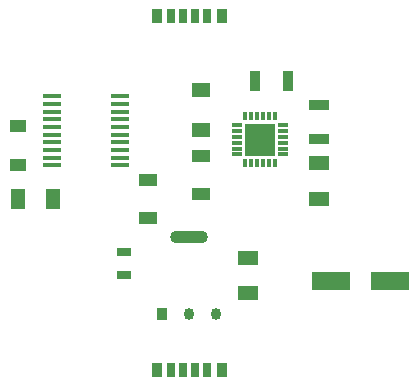
<source format=gtp>
G04*
G04 #@! TF.GenerationSoftware,Altium Limited,Altium Designer,25.8.1 (18)*
G04*
G04 Layer_Color=8421504*
%FSLAX25Y25*%
%MOIN*%
G70*
G04*
G04 #@! TF.SameCoordinates,5F4BCF80-B969-4178-B288-3F93E2E3A1E2*
G04*
G04*
G04 #@! TF.FilePolarity,Positive*
G04*
G01*
G75*
%ADD16R,0.06693X0.03740*%
%ADD17R,0.03740X0.06693*%
%ADD18R,0.03543X0.04528*%
%ADD19R,0.01378X0.03150*%
%ADD20R,0.03347X0.01378*%
%ADD21R,0.10236X0.10630*%
%ADD22R,0.12598X0.06299*%
%ADD23R,0.07087X0.04528*%
%ADD24R,0.06299X0.04921*%
%ADD25R,0.05906X0.01772*%
%ADD26R,0.05315X0.04331*%
%ADD27R,0.04528X0.07087*%
%ADD28R,0.03434X0.03954*%
%ADD29R,0.05118X0.02756*%
G04:AMPARAMS|DCode=30|XSize=39.54mil|YSize=125.28mil|CornerRadius=17.2mil|HoleSize=0mil|Usage=FLASHONLY|Rotation=90.000|XOffset=0mil|YOffset=0mil|HoleType=Round|Shape=RoundedRectangle|*
%AMROUNDEDRECTD30*
21,1,0.03954,0.09088,0,0,90.0*
21,1,0.00514,0.12528,0,0,90.0*
1,1,0.03440,0.04544,0.00257*
1,1,0.03440,0.04544,-0.00257*
1,1,0.03440,-0.04544,-0.00257*
1,1,0.03440,-0.04544,0.00257*
%
%ADD30ROUNDEDRECTD30*%
G04:AMPARAMS|DCode=31|XSize=39.54mil|YSize=34.34mil|CornerRadius=17.17mil|HoleSize=0mil|Usage=FLASHONLY|Rotation=90.000|XOffset=0mil|YOffset=0mil|HoleType=Round|Shape=RoundedRectangle|*
%AMROUNDEDRECTD31*
21,1,0.03954,0.00000,0,0,90.0*
21,1,0.00520,0.03434,0,0,90.0*
1,1,0.03434,0.00000,0.00260*
1,1,0.03434,0.00000,-0.00260*
1,1,0.03434,0.00000,-0.00260*
1,1,0.03434,0.00000,0.00260*
%
%ADD31ROUNDEDRECTD31*%
%ADD32R,0.05906X0.03937*%
%ADD33R,0.03150X0.04528*%
%ADD34R,0.02756X0.04528*%
D16*
X122047Y107874D02*
D03*
Y96850D02*
D03*
D17*
X100787Y116142D02*
D03*
X111811D02*
D03*
D18*
X89567Y137795D02*
D03*
Y19685D02*
D03*
X67913Y137795D02*
D03*
Y19685D02*
D03*
D19*
X97441Y104331D02*
D03*
Y88583D02*
D03*
X107283Y104331D02*
D03*
X105315D02*
D03*
X103347D02*
D03*
X101378D02*
D03*
X99410D02*
D03*
X107283Y88583D02*
D03*
X105315D02*
D03*
X103347D02*
D03*
X101378D02*
D03*
X99410D02*
D03*
D20*
X110138Y95473D02*
D03*
Y99410D02*
D03*
Y93504D02*
D03*
Y97441D02*
D03*
X94587Y101378D02*
D03*
Y99410D02*
D03*
Y97441D02*
D03*
Y95473D02*
D03*
Y93504D02*
D03*
Y91535D02*
D03*
X110138Y101378D02*
D03*
Y91535D02*
D03*
D21*
X102362Y96457D02*
D03*
D22*
X145669Y49213D02*
D03*
X125984D02*
D03*
D23*
X122047Y76772D02*
D03*
X98425Y45276D02*
D03*
X122047Y88583D02*
D03*
X98425Y57087D02*
D03*
D24*
X82677Y112992D02*
D03*
Y99606D02*
D03*
D25*
X32874Y95571D02*
D03*
Y90453D02*
D03*
Y105807D02*
D03*
Y110925D02*
D03*
Y108366D02*
D03*
Y103248D02*
D03*
Y100689D02*
D03*
Y98130D02*
D03*
Y93012D02*
D03*
Y87894D02*
D03*
X55709D02*
D03*
Y90453D02*
D03*
Y93012D02*
D03*
Y95571D02*
D03*
Y98130D02*
D03*
Y100689D02*
D03*
Y103248D02*
D03*
Y105807D02*
D03*
Y108366D02*
D03*
Y110925D02*
D03*
D26*
X21654Y100984D02*
D03*
Y87992D02*
D03*
D27*
X21654Y76772D02*
D03*
X33465D02*
D03*
D28*
X69724Y38209D02*
D03*
D29*
X57087Y51378D02*
D03*
Y58858D02*
D03*
D30*
X78740Y64153D02*
D03*
D31*
X87756Y38209D02*
D03*
X78740D02*
D03*
D32*
X82677Y78347D02*
D03*
X64961Y70472D02*
D03*
X82677Y90945D02*
D03*
X64961Y83071D02*
D03*
D33*
X84724Y137795D02*
D03*
X72756D02*
D03*
X84724Y19685D02*
D03*
X72756D02*
D03*
D34*
X76772Y137795D02*
D03*
X80709D02*
D03*
X76772Y19685D02*
D03*
X80709D02*
D03*
M02*

</source>
